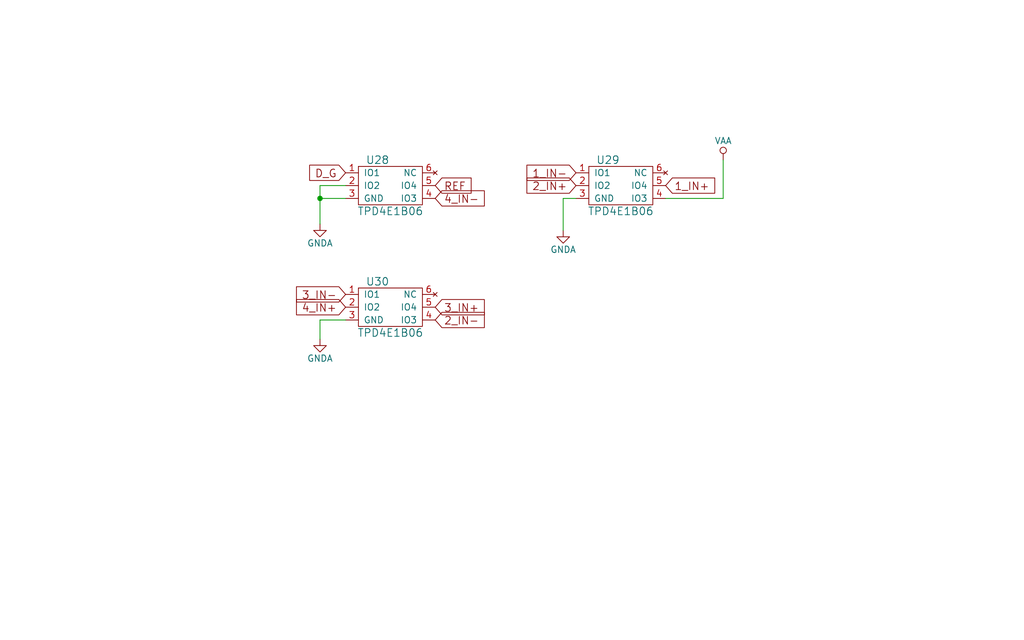
<source format=kicad_sch>
(kicad_sch (version 20230121) (generator eeschema)
  (paper "User" 203.2 127)
  (title_block (title "Ganglion Input Protection") (date "2018-1-8") (rev "1.0.1") (company "OpenBCI"))
  (lib_symbols
    (symbol "Ganglion_01-rescue:GNDA" (power) (pin_names (offset 0))
      (property "Value" "GNDA" (at 0 -3.81 0))
      (symbol "GNDA_0_1"
        (polyline (pts (xy 0 0) (xy 0 -1.27) (xy 1.27 -1.27) (xy 0 -2.54) (xy -1.27 -1.27) (xy 0 -1.27)))
      )
      (symbol "GNDA_1_1"
        (pin power_in line (at 0 0 270) (length 0) hide (name "GNDA") (number "1"))
      )
    )
    (symbol "Ganglion_01-rescue:VAA" (power) (pin_names (offset 0))
      (property "Value" "VAA" (at 0 3.81 0))
      (symbol "VAA_0_1"
        (polyline (pts (xy 0 0) (xy 0 1.27)))
        (circle (center 0 1.905) (radius 0.635))
      )
      (symbol "VAA_1_1"
        (pin power_in line (at 0 0 90) (length 0) hide (name "VAA") (number "1"))
      )
    )
    (symbol "OpenBCI:TPD4E1B06" (pin_names (offset 1.016))
      (property "Reference" "U" (at -3.81 3.81 0))
      (property "Value" "TPD4E1B06" (at -1.27 -6.35 0))
      (symbol "TPD4E1B06_0_1"
        (rectangle (start -7.62 2.54) (end 5.08 -5.08))
      )
      (symbol "TPD4E1B06_1_1"
        (pin passive line (at -10.16 1.27 0) (length 2.54) (name "IO1") (number "1"))
        (pin passive line (at -10.16 -1.27 0) (length 2.54) (name "IO2") (number "2"))
        (pin passive line (at -10.16 -3.81 0) (length 2.54) (name "GND") (number "3"))
        (pin passive line (at 7.62 -3.81 180) (length 2.54) (name "IO3") (number "4"))
        (pin passive line (at 7.62 -1.27 180) (length 2.54) (name "IO4") (number "5"))
        (pin no_connect line (at 7.62 1.27 180) (length 2.54) (name "NC") (number "6"))
      )
    )
  )
  (junction (at 63.5 39.37))
  (wire (pts (xy 63.5 36.83) (xy 63.5 39.37)))
  (wire (pts (xy 111.76 39.37) (xy 111.76 45.72)))
  (wire (pts (xy 63.5 63.5) (xy 63.5 67.31)))
  (wire (pts (xy 68.58 39.37) (xy 63.5 39.37)))
  (wire (pts (xy 68.58 36.83) (xy 63.5 36.83)))
  (wire (pts (xy 143.51 39.37) (xy 143.51 31.75)))
  (wire (pts (xy 114.3 39.37) (xy 111.76 39.37)))
  (wire (pts (xy 63.5 39.37) (xy 63.5 44.45)))
  (wire (pts (xy 132.08 39.37) (xy 143.51 39.37)))
  (wire (pts (xy 68.58 63.5) (xy 63.5 63.5)))
  (global_label "D_G" (shape input) (at 68.58 34.29 180) (effects (font (size 1.524 1.524))) (property "Intersheetrefs" "${INTERSHEET_REFS}" (effects hide)))
  (global_label "1_IN+" (shape input) (at 132.08 36.83 0) (effects (font (size 1.524 1.524))) (property "Intersheetrefs" "${INTERSHEET_REFS}" (effects hide)))
  (global_label "4_IN-" (shape input) (at 86.36 39.37 0) (effects (font (size 1.524 1.524))) (property "Intersheetrefs" "${INTERSHEET_REFS}" (effects hide)))
  (global_label "3_IN+" (shape input) (at 86.36 60.96 0) (effects (font (size 1.524 1.524))) (property "Intersheetrefs" "${INTERSHEET_REFS}" (effects hide)))
  (global_label "4_IN+" (shape input) (at 68.58 60.96 180) (effects (font (size 1.524 1.524))) (property "Intersheetrefs" "${INTERSHEET_REFS}" (effects hide)))
  (global_label "2_IN+" (shape input) (at 114.3 36.83 180) (effects (font (size 1.524 1.524))) (property "Intersheetrefs" "${INTERSHEET_REFS}" (effects hide)))
  (global_label "REF" (shape input) (at 86.36 36.83 0) (effects (font (size 1.524 1.524))) (property "Intersheetrefs" "${INTERSHEET_REFS}" (effects hide)))
  (global_label "1_IN-" (shape input) (at 114.3 34.29 180) (effects (font (size 1.524 1.524))) (property "Intersheetrefs" "${INTERSHEET_REFS}" (effects hide)))
  (global_label "3_IN-" (shape input) (at 68.58 58.42 180) (effects (font (size 1.524 1.524))) (property "Intersheetrefs" "${INTERSHEET_REFS}" (effects hide)))
  (global_label "2_IN-" (shape input) (at 86.36 63.5 0) (effects (font (size 1.524 1.524))) (property "Intersheetrefs" "${INTERSHEET_REFS}" (effects hide)))
  (symbol (lib_id "OpenBCI:TPD4E1B06") (at 78.74 35.56 0) (unit 1)
    (property "Reference" "U28" (at 74.93 31.75 0) (effects (font (size 1.524 1.524))))
    (property "Value" "TPD4E1B06" (at 77.47 41.91 0) (effects (font (size 1.524 1.524))))
    (property "Footprint" "TO_SOT_Packages_SMD:SC-70-6" (effects hide))
  )
  (symbol (lib_id "OpenBCI:TPD4E1B06") (at 78.74 59.69 0) (unit 1)
    (property "Reference" "U30" (at 74.93 55.88 0) (effects (font (size 1.524 1.524))))
    (property "Value" "TPD4E1B06" (at 77.47 66.04 0) (effects (font (size 1.524 1.524))))
    (property "Footprint" "TO_SOT_Packages_SMD:SC-70-6" (effects hide))
  )
  (symbol (lib_id "OpenBCI:TPD4E1B06") (at 124.46 35.56 0) (unit 1)
    (property "Reference" "U29" (at 120.65 31.75 0) (effects (font (size 1.524 1.524))))
    (property "Value" "TPD4E1B06" (at 123.19 41.91 0) (effects (font (size 1.524 1.524))))
    (property "Footprint" "TO_SOT_Packages_SMD:SC-70-6" (effects hide))
  )
  (symbol (lib_id "Ganglion_01-rescue:GNDA") (at 63.5 44.45 0) (unit 1)
    (property "Reference" "#PWR073" (effects hide))
    (property "Value" "GNDA" (at 63.5 48.26 0))
  )
  (symbol (lib_id "Ganglion_01-rescue:GNDA") (at 63.5 67.31 0) (unit 1)
    (property "Reference" "#PWR074" (effects hide))
    (property "Value" "GNDA" (at 63.5 71.12 0))
  )
  (symbol (lib_id "Ganglion_01-rescue:GNDA") (at 111.76 45.72 0) (unit 1)
    (property "Reference" "#PWR075" (effects hide))
    (property "Value" "GNDA" (at 111.76 49.53 0))
  )
  (symbol (lib_id "Ganglion_01-rescue:VAA") (at 143.51 31.75 0) (unit 1)
    (property "Reference" "#PWR076" (effects hide))
    (property "Value" "VAA" (at 143.51 27.94 0))
  )
)
</source>
